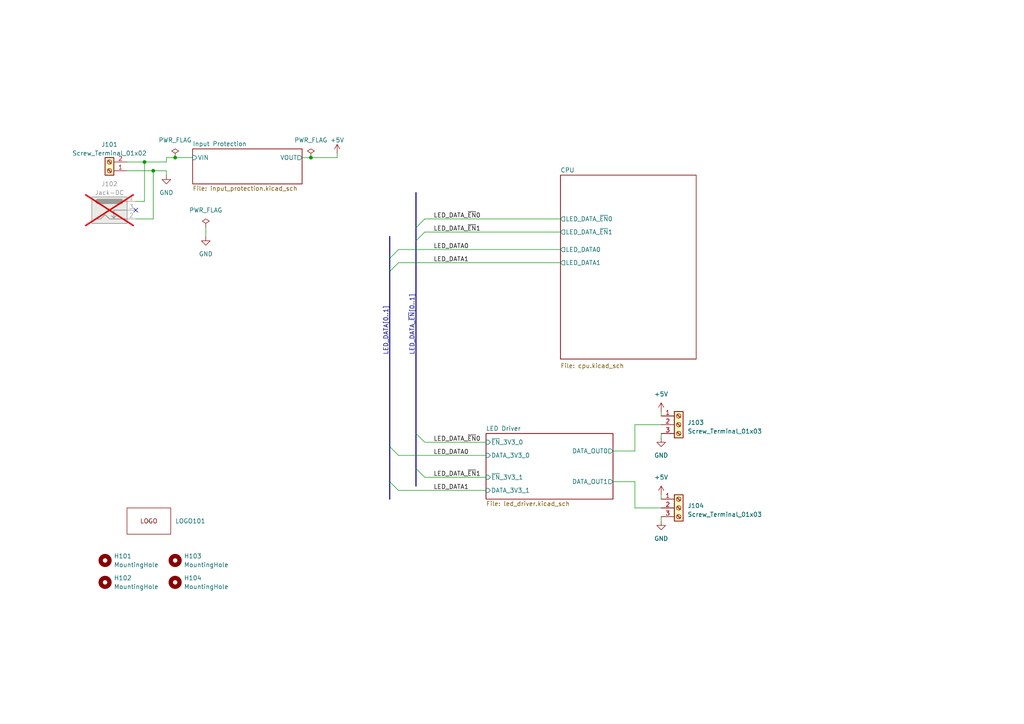
<source format=kicad_sch>
(kicad_sch (version 20230121) (generator eeschema)
  (paper "A4")
  (title_block (title "WS2812 Simple Controller") (date "2023-03-09") (company "Stefan Misik") (comment 1 "Main Connectors"))
  (lib_symbols
    (symbol "Connector:Barrel_Jack_Switch" (pin_names hide)
      (property "Reference" "J" (at 0 5.334 0))
      (property "Value" "Barrel_Jack_Switch" (at 0 -5.08 0))
      (symbol "Barrel_Jack_Switch_0_1"
        (rectangle (start -5.08 3.81) (end 5.08 -3.81) (stroke (width 0.254)) (fill (type background)))
        (arc (start -3.302 3.175) (mid -3.9343 2.54) (end -3.302 1.905) (stroke (width 0.254)))
        (arc (start -3.302 3.175) (mid -3.9343 2.54) (end -3.302 1.905) (stroke (width 0.254)) (fill (type outline)))
        (polyline (pts (xy 1.27 -2.286) (xy 1.905 -1.651)) (stroke (width 0.254)))
        (polyline (pts (xy 5.08 2.54) (xy 3.81 2.54)) (stroke (width 0.254)))
        (polyline (pts (xy 5.08 0) (xy 1.27 0) (xy 1.27 -2.286) (xy 0.635 -1.651)) (stroke (width 0.254)))
        (polyline (pts (xy -3.81 -2.54) (xy -2.54 -2.54) (xy -1.27 -1.27) (xy 0 -2.54) (xy 2.54 -2.54) (xy 5.08 -2.54)) (stroke (width 0.254)))
        (rectangle (start 3.683 3.175) (end -3.302 1.905) (stroke (width 0.254)) (fill (type outline)))
      )
      (symbol "Barrel_Jack_Switch_1_1"
        (pin passive line (at 7.62 2.54 180) (length 2.54) (name "~") (number "1"))
        (pin passive line (at 7.62 -2.54 180) (length 2.54) (name "~") (number "2"))
        (pin passive line (at 7.62 0 180) (length 2.54) (name "~") (number "3"))
      )
    )
    (symbol "Connector:Screw_Terminal_01x02" (pin_names (offset 1.016) hide)
      (property "Reference" "J" (at 0 2.54 0))
      (property "Value" "Screw_Terminal_01x02" (at 0 -5.08 0))
      (symbol "Screw_Terminal_01x02_1_1"
        (rectangle (start -1.27 1.27) (end 1.27 -3.81) (stroke (width 0.254)) (fill (type background)))
        (circle (center 0 -2.54) (radius 0.635) (stroke (width 0.1524)))
        (polyline (pts (xy -0.5334 -2.2098) (xy 0.3302 -3.048)) (stroke (width 0.1524)))
        (polyline (pts (xy -0.5334 0.3302) (xy 0.3302 -0.508)) (stroke (width 0.1524)))
        (polyline (pts (xy -0.3556 -2.032) (xy 0.508 -2.8702)) (stroke (width 0.1524)))
        (polyline (pts (xy -0.3556 0.508) (xy 0.508 -0.3302)) (stroke (width 0.1524)))
        (circle (center 0 0) (radius 0.635) (stroke (width 0.1524)))
        (pin passive line (at -5.08 0 0) (length 3.81) (name "Pin_1") (number "1"))
        (pin passive line (at -5.08 -2.54 0) (length 3.81) (name "Pin_2") (number "2"))
      )
    )
    (symbol "Connector:Screw_Terminal_01x03" (pin_names (offset 1.016) hide)
      (property "Reference" "J" (at 0 5.08 0))
      (property "Value" "Screw_Terminal_01x03" (at 0 -5.08 0))
      (symbol "Screw_Terminal_01x03_1_1"
        (rectangle (start -1.27 3.81) (end 1.27 -3.81) (stroke (width 0.254)) (fill (type background)))
        (circle (center 0 -2.54) (radius 0.635) (stroke (width 0.1524)))
        (polyline (pts (xy -0.5334 -2.2098) (xy 0.3302 -3.048)) (stroke (width 0.1524)))
        (polyline (pts (xy -0.5334 0.3302) (xy 0.3302 -0.508)) (stroke (width 0.1524)))
        (polyline (pts (xy -0.5334 2.8702) (xy 0.3302 2.032)) (stroke (width 0.1524)))
        (polyline (pts (xy -0.3556 -2.032) (xy 0.508 -2.8702)) (stroke (width 0.1524)))
        (polyline (pts (xy -0.3556 0.508) (xy 0.508 -0.3302)) (stroke (width 0.1524)))
        (polyline (pts (xy -0.3556 3.048) (xy 0.508 2.2098)) (stroke (width 0.1524)))
        (circle (center 0 0) (radius 0.635) (stroke (width 0.1524)))
        (circle (center 0 2.54) (radius 0.635) (stroke (width 0.1524)))
        (pin passive line (at -5.08 2.54 0) (length 3.81) (name "Pin_1") (number "1"))
        (pin passive line (at -5.08 0 0) (length 3.81) (name "Pin_2") (number "2"))
        (pin passive line (at -5.08 -2.54 0) (length 3.81) (name "Pin_3") (number "3"))
      )
    )
    (symbol "Mechanical:MountingHole" (pin_names (offset 1.016))
      (property "Reference" "H" (at 0 5.08 0))
      (property "Value" "MountingHole" (at 0 3.175 0))
      (symbol "MountingHole_0_1"
        (circle (center 0 0) (radius 1.27) (stroke (width 1.27)))
      )
    )
    (symbol "my:Logo" (in_bom no)
      (property "Reference" "LOGO" (at 0 5.08 0))
      (symbol "Logo_0_1"
        (rectangle (start -6.35 3.81) (end 6.35 -3.81))
      )
      (symbol "Logo_1_1"
        (text "LOGO" (at 0 0 0) (effects (font (size 1.27 1.27))))
      )
    )
    (symbol "power:+5V" (power) (pin_names (offset 0))
      (property "Value" "+5V" (at 0 3.556 0))
      (symbol "+5V_0_1"
        (polyline (pts (xy -0.762 1.27) (xy 0 2.54)))
        (polyline (pts (xy 0 0) (xy 0 2.54)))
        (polyline (pts (xy 0 2.54) (xy 0.762 1.27)))
      )
      (symbol "+5V_1_1"
        (pin power_in line (at 0 0 90) (length 0) hide (name "+5V") (number "1"))
      )
    )
    (symbol "power:GND" (power) (pin_names (offset 0))
      (property "Value" "GND" (at 0 -3.81 0))
      (symbol "GND_0_1"
        (polyline (pts (xy 0 0) (xy 0 -1.27) (xy 1.27 -1.27) (xy 0 -2.54) (xy -1.27 -1.27) (xy 0 -1.27)))
      )
      (symbol "GND_1_1"
        (pin power_in line (at 0 0 270) (length 0) hide (name "GND") (number "1"))
      )
    )
    (symbol "power:PWR_FLAG" (power) (pin_numbers hide) (pin_names (offset 0) hide)
      (property "Value" "PWR_FLAG" (at 0 3.81 0))
      (symbol "PWR_FLAG_0_0"
        (pin power_out line (at 0 0 90) (length 0) (name "pwr") (number "1"))
      )
      (symbol "PWR_FLAG_0_1"
        (polyline (pts (xy 0 0) (xy 0 1.27) (xy -1.016 1.905) (xy 0 2.54) (xy 1.016 1.905) (xy 0 1.27)))
      )
    )
  )
  (junction (at 90.17 45.72))
  (junction (at 44.45 49.53))
  (junction (at 41.91 46.99))
  (junction (at 50.8 45.72))
  (no_connect (at 39.37 60.96))
  (bus_entry (at 120.65 125.73) (size 2.54 2.54))
  (bus_entry (at 113.03 139.7) (size 2.54 2.54))
  (bus_entry (at 120.65 135.89) (size 2.54 2.54))
  (bus_entry (at 120.65 69.85) (size 2.54 -2.54))
  (bus_entry (at 113.03 129.54) (size 2.54 2.54))
  (bus_entry (at 113.03 78.74) (size 2.54 -2.54))
  (bus_entry (at 120.65 66.04) (size 2.54 -2.54))
  (bus_entry (at 113.03 74.93) (size 2.54 -2.54))
  (wire (pts (xy 41.91 46.99) (xy 48.26 46.99)))
  (wire (pts (xy 90.17 45.72) (xy 97.79 45.72)))
  (wire (pts (xy 50.8 45.72) (xy 55.88 45.72)))
  (wire (pts (xy 97.79 45.72) (xy 97.79 44.45)))
  (wire (pts (xy 177.8 130.81) (xy 184.15 130.81)))
  (bus (pts (xy 120.65 125.73) (xy 120.65 135.89)))
  (wire (pts (xy 48.26 46.99) (xy 48.26 45.72)))
  (wire (pts (xy 44.45 63.5) (xy 44.45 49.53)))
  (wire (pts (xy 48.26 49.53) (xy 48.26 50.8)))
  (wire (pts (xy 184.15 147.32) (xy 191.77 147.32)))
  (wire (pts (xy 191.77 125.73) (xy 191.77 127)))
  (wire (pts (xy 123.19 128.27) (xy 140.97 128.27)))
  (wire (pts (xy 87.63 45.72) (xy 90.17 45.72)))
  (wire (pts (xy 177.8 139.7) (xy 184.15 139.7)))
  (wire (pts (xy 39.37 58.42) (xy 41.91 58.42)))
  (bus (pts (xy 113.03 78.74) (xy 113.03 129.54)))
  (wire (pts (xy 184.15 130.81) (xy 184.15 123.19)))
  (bus (pts (xy 113.03 139.7) (xy 113.03 144.78)))
  (bus (pts (xy 120.65 55.88) (xy 120.65 66.04)))
  (bus (pts (xy 120.65 66.04) (xy 120.65 69.85)))
  (wire (pts (xy 44.45 49.53) (xy 48.26 49.53)))
  (wire (pts (xy 36.83 46.99) (xy 41.91 46.99)))
  (wire (pts (xy 184.15 139.7) (xy 184.15 147.32)))
  (wire (pts (xy 123.19 138.43) (xy 140.97 138.43)))
  (bus (pts (xy 113.03 68.58) (xy 113.03 74.93)))
  (wire (pts (xy 48.26 45.72) (xy 50.8 45.72)))
  (wire (pts (xy 191.77 119.38) (xy 191.77 120.65)))
  (bus (pts (xy 113.03 74.93) (xy 113.03 78.74)))
  (wire (pts (xy 41.91 58.42) (xy 41.91 46.99)))
  (wire (pts (xy 115.57 142.24) (xy 140.97 142.24)))
  (wire (pts (xy 115.57 132.08) (xy 140.97 132.08)))
  (wire (pts (xy 39.37 63.5) (xy 44.45 63.5)))
  (wire (pts (xy 123.19 63.5) (xy 162.56 63.5)))
  (wire (pts (xy 59.69 66.04) (xy 59.69 68.58)))
  (wire (pts (xy 184.15 123.19) (xy 191.77 123.19)))
  (wire (pts (xy 191.77 143.51) (xy 191.77 144.78)))
  (bus (pts (xy 113.03 129.54) (xy 113.03 139.7)))
  (wire (pts (xy 115.57 72.39) (xy 162.56 72.39)))
  (wire (pts (xy 191.77 149.86) (xy 191.77 151.13)))
  (wire (pts (xy 115.57 76.2) (xy 162.56 76.2)))
  (wire (pts (xy 36.83 49.53) (xy 44.45 49.53)))
  (bus (pts (xy 120.65 135.89) (xy 120.65 140.97)))
  (bus (pts (xy 120.65 69.85) (xy 120.65 125.73)))
  (wire (pts (xy 123.19 67.31) (xy 162.56 67.31)))
  (label "LED_DATA_~{EN}0" (at 125.73 128.27 0))
  (label "LED_DATA_~{EN}0" (at 125.73 63.5 0))
  (label "LED_DATA0" (at 125.73 72.39 0))
  (label "LED_DATA[0..1]" (at 113.03 102.87 90))
  (label "LED_DATA1" (at 125.73 76.2 0))
  (label "LED_DATA1" (at 125.73 142.24 0))
  (label "LED_DATA_~{EN}1" (at 125.73 67.31 0))
  (label "LED_DATA_~{EN}1" (at 125.73 138.43 0))
  (label "LED_DATA_~{EN}[0..1]" (at 120.65 102.87 90))
  (label "LED_DATA0" (at 125.73 132.08 0))
  (symbol (lib_id "Connector:Screw_Terminal_01x03") (at 196.85 123.19 0) (unit 1)
    (property "Reference" "J103" (at 199.39 122.555 0) (effects (justify left)))
    (property "Value" "Screw_Terminal_01x03" (at 199.39 125.095 0) (effects (justify left)))
    (property "Footprint" "TerminalBlock_Phoenix:TerminalBlock_Phoenix_MKDS-1,5-3_1x03_P5.00mm_Horizontal" (effects hide))
  )
  (symbol (lib_id "Mechanical:MountingHole") (at 50.8 162.56 0) (unit 1)
    (property "Reference" "H103" (at 53.34 161.29 0) (effects (justify left)))
    (property "Value" "MountingHole" (at 53.34 163.83 0) (effects (justify left)))
    (property "Footprint" "MountingHole:MountingHole_2.7mm_M2.5" (effects hide))
  )
  (symbol (lib_id "Connector:Screw_Terminal_01x02") (at 31.75 49.53 180) (unit 1)
    (property "Reference" "J101" (at 31.75 41.91 0))
    (property "Value" "Screw_Terminal_01x02" (at 31.75 44.45 0))
    (property "Footprint" "TerminalBlock_Phoenix:TerminalBlock_Phoenix_MKDS-1,5-2_1x02_P5.00mm_Horizontal" (effects hide))
  )
  (symbol (lib_id "power:PWR_FLAG") (at 59.69 66.04 0) (unit 1)
    (property "Reference" "#FLG0103" (effects hide))
    (property "Value" "PWR_FLAG" (at 59.69 60.96 0))
  )
  (symbol (lib_id "power:+5V") (at 191.77 119.38 0) (unit 1)
    (property "Reference" "#PWR0104" (effects hide))
    (property "Value" "+5V" (at 191.77 114.3 0))
  )
  (symbol (lib_id "power:+5V") (at 97.79 44.45 0) (unit 1)
    (property "Reference" "#PWR0101" (effects hide))
    (property "Value" "+5V" (at 97.79 40.64 0))
  )
  (symbol (lib_id "power:GND") (at 48.26 50.8 0) (unit 1)
    (property "Reference" "#PWR0102" (effects hide))
    (property "Value" "GND" (at 48.26 55.88 0))
  )
  (symbol (lib_id "Connector:Screw_Terminal_01x03") (at 196.85 147.32 0) (unit 1)
    (property "Reference" "J104" (at 199.39 146.685 0) (effects (justify left)))
    (property "Value" "Screw_Terminal_01x03" (at 199.39 149.225 0) (effects (justify left)))
    (property "Footprint" "TerminalBlock_Phoenix:TerminalBlock_Phoenix_MKDS-1,5-3_1x03_P5.00mm_Horizontal" (effects hide))
  )
  (symbol (lib_id "my:Logo") (at 43.18 151.13 0) (unit 1) (in_bom no)
    (property "Reference" "LOGO101" (at 50.8 151.13 0) (effects (justify left)))
    (property "Value" "~" (at 43.18 151.13 0))
    (property "Footprint" "my:logo" (effects hide))
  )
  (symbol (lib_id "power:PWR_FLAG") (at 50.8 45.72 0) (unit 1)
    (property "Reference" "#FLG0101" (effects hide))
    (property "Value" "PWR_FLAG" (at 50.8 40.64 0))
  )
  (symbol (lib_id "Mechanical:MountingHole") (at 30.48 168.91 0) (unit 1)
    (property "Reference" "H102" (at 33.02 167.64 0) (effects (justify left)))
    (property "Value" "MountingHole" (at 33.02 170.18 0) (effects (justify left)))
    (property "Footprint" "MountingHole:MountingHole_2.7mm_M2.5" (effects hide))
  )
  (symbol (lib_id "Connector:Barrel_Jack_Switch") (at 31.75 60.96 0) (unit 1) (dnp yes)
    (property "Reference" "J102" (at 31.75 53.34 0))
    (property "Value" "Jack-DC" (at 31.75 55.88 0))
    (property "Footprint" "Connector_BarrelJack:BarrelJack_GCT_DCJ200-10-A_Horizontal" (effects hide))
  )
  (symbol (lib_id "power:GND") (at 191.77 127 0) (unit 1)
    (property "Reference" "#PWR0105" (effects hide))
    (property "Value" "GND" (at 191.77 132.08 0))
  )
  (symbol (lib_id "Mechanical:MountingHole") (at 50.8 168.91 0) (unit 1)
    (property "Reference" "H104" (at 53.34 167.64 0) (effects (justify left)))
    (property "Value" "MountingHole" (at 53.34 170.18 0) (effects (justify left)))
    (property "Footprint" "MountingHole:MountingHole_2.7mm_M2.5" (effects hide))
  )
  (symbol (lib_id "power:GND") (at 191.77 151.13 0) (unit 1)
    (property "Reference" "#PWR0108" (effects hide))
    (property "Value" "GND" (at 191.77 156.21 0))
  )
  (symbol (lib_id "power:+5V") (at 191.77 143.51 0) (unit 1)
    (property "Reference" "#PWR0107" (effects hide))
    (property "Value" "+5V" (at 191.77 138.43 0))
  )
  (symbol (lib_id "Mechanical:MountingHole") (at 30.48 162.56 0) (unit 1)
    (property "Reference" "H101" (at 33.02 161.29 0) (effects (justify left)))
    (property "Value" "MountingHole" (at 33.02 163.83 0) (effects (justify left)))
    (property "Footprint" "MountingHole:MountingHole_2.7mm_M2.5" (effects hide))
  )
  (symbol (lib_id "power:GND") (at 59.69 68.58 0) (unit 1)
    (property "Reference" "#PWR0106" (effects hide))
    (property "Value" "GND" (at 59.69 73.66 0))
  )
  (symbol (lib_id "power:PWR_FLAG") (at 90.17 45.72 0) (unit 1)
    (property "Reference" "#FLG0102" (effects hide))
    (property "Value" "PWR_FLAG" (at 90.17 40.64 0))
  )
  (sheet (at 162.56 50.8) (size 39.37 53.34) (stroke (width 0.1524))
    (property "Sheetname" "CPU" (at 162.56 50.0884 0) (effects (justify left bottom)))
    (property "Sheetfile" "cpu.kicad_sch" (at 162.56 105.3596 0) (effects (justify left top)))
    (pin "LED_DATA_~{EN}0" output (at 162.56 63.5 180))
    (pin "LED_DATA_~{EN}1" output (at 162.56 67.31 180))
    (pin "LED_DATA1" output (at 162.56 76.2 180))
    (pin "LED_DATA0" output (at 162.56 72.39 180))
  )
  (sheet (at 140.97 125.73) (size 36.83 19.05) (stroke (width 0.1524))
    (property "Sheetname" "LED Driver" (at 140.97 125.0184 0) (effects (justify left bottom)))
    (property "Sheetfile" "led_driver.kicad_sch" (at 140.97 145.3646 0) (effects (justify left top)))
    (pin "DATA_3V3_0" input (at 140.97 132.08 180))
    (pin "DATA_3V3_1" input (at 140.97 142.24 180))
    (pin "~{EN}_3V3_1" input (at 140.97 138.43 180))
    (pin "~{EN}_3V3_0" input (at 140.97 128.27 180))
    (pin "DATA_OUT0" output (at 177.8 130.81 0))
    (pin "DATA_OUT1" output (at 177.8 139.7 0))
  )
  (sheet (at 55.88 43.18) (size 31.75 10.16) (stroke (width 0.1524))
    (property "Sheetname" "Input Protection" (at 55.88 42.4684 0) (effects (justify left bottom)))
    (property "Sheetfile" "input_protection.kicad_sch" (at 55.88 53.9246 0) (effects (justify left top)))
    (pin "VOUT" output (at 87.63 45.72 0))
    (pin "VIN" input (at 55.88 45.72 180))
  )
)
</source>
